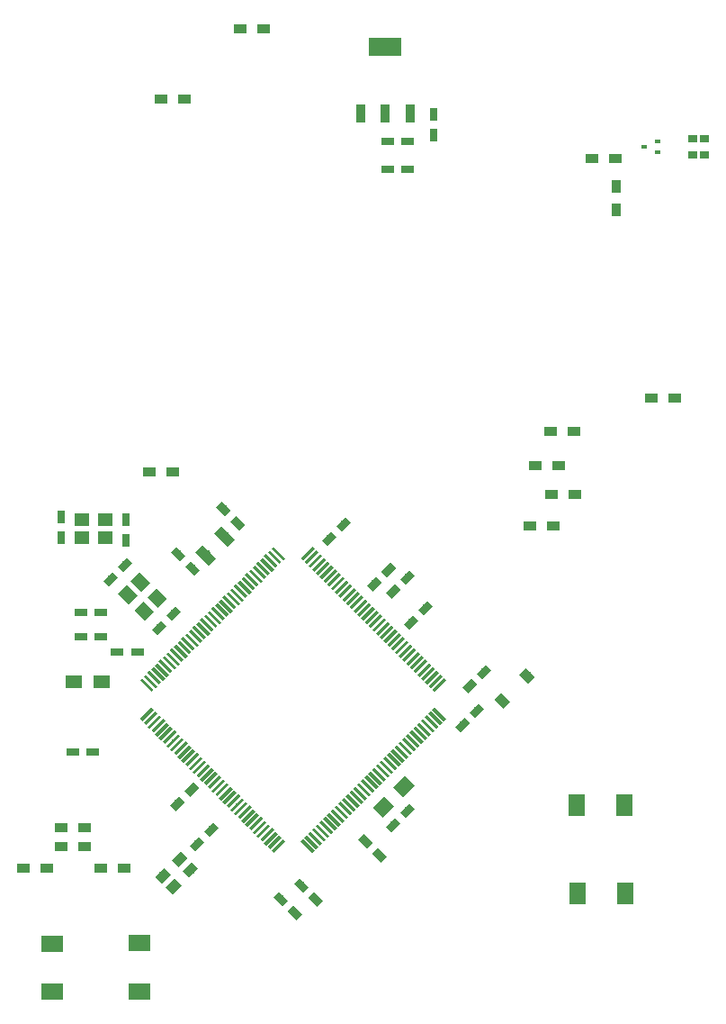
<source format=gbr>
G04 #@! TF.GenerationSoftware,KiCad,Pcbnew,5.0.0-fee4fd1~66~ubuntu16.04.1*
G04 #@! TF.CreationDate,2018-10-21T13:34:44-05:00*
G04 #@! TF.ProjectId,design_emb,64657369676E5F656D622E6B69636164,rev?*
G04 #@! TF.SameCoordinates,Original*
G04 #@! TF.FileFunction,Paste,Top*
G04 #@! TF.FilePolarity,Positive*
%FSLAX46Y46*%
G04 Gerber Fmt 4.6, Leading zero omitted, Abs format (unit mm)*
G04 Created by KiCad (PCBNEW 5.0.0-fee4fd1~66~ubuntu16.04.1) date Sun Oct 21 13:34:44 2018*
%MOMM*%
%LPD*%
G01*
G04 APERTURE LIST*
%ADD10C,1.000000*%
%ADD11C,0.100000*%
%ADD12R,1.500000X2.000000*%
%ADD13R,2.000000X1.500000*%
%ADD14C,0.750000*%
%ADD15R,1.200000X0.750000*%
%ADD16R,0.750000X1.200000*%
%ADD17R,1.200000X0.900000*%
%ADD18C,0.900000*%
%ADD19C,1.300000*%
%ADD20R,1.500000X1.300000*%
%ADD21R,0.863600X0.660400*%
%ADD22C,1.200000*%
%ADD23R,0.900000X1.200000*%
%ADD24C,0.300000*%
%ADD25R,0.889000X1.765300*%
%ADD26R,3.149600X1.765300*%
%ADD27R,0.510000X0.400000*%
%ADD28R,1.400000X1.200000*%
G04 APERTURE END LIST*
D10*
G04 #@! TO.C,OSC1*
X137541000Y-97980500D03*
D11*
G36*
X137823843Y-98970449D02*
X136551051Y-97697657D01*
X137258157Y-96990551D01*
X138530949Y-98263343D01*
X137823843Y-98970449D01*
X137823843Y-98970449D01*
G37*
D10*
X139308766Y-96212734D03*
D11*
G36*
X139591609Y-97202683D02*
X138318817Y-95929891D01*
X139025923Y-95222785D01*
X140298715Y-96495577D01*
X139591609Y-97202683D01*
X139591609Y-97202683D01*
G37*
G04 #@! TD*
D12*
G04 #@! TO.C,RST_O*
X172440600Y-121488200D03*
X172516800Y-129743200D03*
X176961800Y-121462800D03*
X176987200Y-129743200D03*
G04 #@! TD*
D13*
G04 #@! TO.C,RST_F*
X131305300Y-134467600D03*
X123050300Y-134543800D03*
X131330700Y-138988800D03*
X123050300Y-139014200D03*
G04 #@! TD*
D14*
G04 #@! TO.C,C16*
X150531751Y-95098949D03*
D11*
G36*
X150372652Y-95788378D02*
X149842322Y-95258048D01*
X150690850Y-94409520D01*
X151221180Y-94939850D01*
X150372652Y-95788378D01*
X150372652Y-95788378D01*
G37*
D14*
X149188249Y-96442451D03*
D11*
G36*
X149029150Y-97131880D02*
X148498820Y-96601550D01*
X149347348Y-95753022D01*
X149877678Y-96283352D01*
X149029150Y-97131880D01*
X149029150Y-97131880D01*
G37*
G04 #@! TD*
D15*
G04 #@! TO.C,C18*
X129186900Y-107124500D03*
X131086900Y-107124500D03*
G04 #@! TD*
D14*
G04 #@! TO.C,C20*
X145959751Y-131608751D03*
D11*
G36*
X145270322Y-131449652D02*
X145800652Y-130919322D01*
X146649180Y-131767850D01*
X146118850Y-132298180D01*
X145270322Y-131449652D01*
X145270322Y-131449652D01*
G37*
D14*
X144616249Y-130265249D03*
D11*
G36*
X143926820Y-130106150D02*
X144457150Y-129575820D01*
X145305678Y-130424348D01*
X144775348Y-130954678D01*
X143926820Y-130106150D01*
X143926820Y-130106150D01*
G37*
G04 #@! TD*
D15*
G04 #@! TO.C,C2*
X127683300Y-105676700D03*
X125783300Y-105676700D03*
G04 #@! TD*
G04 #@! TO.C,C3*
X125034001Y-116459000D03*
X126933999Y-116459000D03*
G04 #@! TD*
D14*
G04 #@! TO.C,C4*
X136206151Y-120003649D03*
D11*
G36*
X136365250Y-119314220D02*
X136895580Y-119844550D01*
X136047052Y-120693078D01*
X135516722Y-120162748D01*
X136365250Y-119314220D01*
X136365250Y-119314220D01*
G37*
D14*
X134862649Y-121347151D03*
D11*
G36*
X135021748Y-120657722D02*
X135552078Y-121188052D01*
X134703550Y-122036580D01*
X134173220Y-121506250D01*
X135021748Y-120657722D01*
X135021748Y-120657722D01*
G37*
G04 #@! TD*
D14*
G04 #@! TO.C,C6*
X146521249Y-128995249D03*
D11*
G36*
X145831820Y-128836150D02*
X146362150Y-128305820D01*
X147210678Y-129154348D01*
X146680348Y-129684678D01*
X145831820Y-128836150D01*
X145831820Y-128836150D01*
G37*
D14*
X147864751Y-130338751D03*
D11*
G36*
X147175322Y-130179652D02*
X147705652Y-129649322D01*
X148554180Y-130497850D01*
X148023850Y-131028180D01*
X147175322Y-130179652D01*
X147175322Y-130179652D01*
G37*
G04 #@! TD*
D14*
G04 #@! TO.C,C7*
X153922651Y-126185851D03*
D11*
G36*
X153233222Y-126026752D02*
X153763552Y-125496422D01*
X154612080Y-126344950D01*
X154081750Y-126875280D01*
X153233222Y-126026752D01*
X153233222Y-126026752D01*
G37*
D14*
X152579149Y-124842349D03*
D11*
G36*
X151889720Y-124683250D02*
X152420050Y-124152920D01*
X153268578Y-125001448D01*
X152738248Y-125531778D01*
X151889720Y-124683250D01*
X151889720Y-124683250D01*
G37*
G04 #@! TD*
D14*
G04 #@! TO.C,C8*
X136742249Y-125131751D03*
D11*
G36*
X136901348Y-124442322D02*
X137431678Y-124972652D01*
X136583150Y-125821180D01*
X136052820Y-125290850D01*
X136901348Y-124442322D01*
X136901348Y-124442322D01*
G37*
D14*
X138085751Y-123788249D03*
D11*
G36*
X138244850Y-123098820D02*
X138775180Y-123629150D01*
X137926652Y-124477678D01*
X137396322Y-123947348D01*
X138244850Y-123098820D01*
X138244850Y-123098820D01*
G37*
G04 #@! TD*
D14*
G04 #@! TO.C,C9*
X140562251Y-94969251D03*
D11*
G36*
X141251680Y-95128350D02*
X140721350Y-95658680D01*
X139872822Y-94810152D01*
X140403152Y-94279822D01*
X141251680Y-95128350D01*
X141251680Y-95128350D01*
G37*
D14*
X139218749Y-93625749D03*
D11*
G36*
X139908178Y-93784848D02*
X139377848Y-94315178D01*
X138529320Y-93466650D01*
X139059650Y-92936320D01*
X139908178Y-93784848D01*
X139908178Y-93784848D01*
G37*
G04 #@! TD*
D14*
G04 #@! TO.C,C10*
X162396249Y-110272751D03*
D11*
G36*
X162237150Y-110962180D02*
X161706820Y-110431850D01*
X162555348Y-109583322D01*
X163085678Y-110113652D01*
X162237150Y-110962180D01*
X162237150Y-110962180D01*
G37*
D14*
X163739751Y-108929249D03*
D11*
G36*
X163580652Y-109618678D02*
X163050322Y-109088348D01*
X163898850Y-108239820D01*
X164429180Y-108770150D01*
X163580652Y-109618678D01*
X163580652Y-109618678D01*
G37*
G04 #@! TD*
D14*
G04 #@! TO.C,C11*
X134964249Y-97880249D03*
D11*
G36*
X135653678Y-98039348D02*
X135123348Y-98569678D01*
X134274820Y-97721150D01*
X134805150Y-97190820D01*
X135653678Y-98039348D01*
X135653678Y-98039348D01*
G37*
D14*
X136307751Y-99223751D03*
D11*
G36*
X136997180Y-99382850D02*
X136466850Y-99913180D01*
X135618322Y-99064652D01*
X136148652Y-98534322D01*
X136997180Y-99382850D01*
X136997180Y-99382850D01*
G37*
G04 #@! TD*
D14*
G04 #@! TO.C,C12*
X156500751Y-100039249D03*
D11*
G36*
X156341652Y-100728678D02*
X155811322Y-100198348D01*
X156659850Y-99349820D01*
X157190180Y-99880150D01*
X156341652Y-100728678D01*
X156341652Y-100728678D01*
G37*
D14*
X155157249Y-101382751D03*
D11*
G36*
X154998150Y-102072180D02*
X154467820Y-101541850D01*
X155316348Y-100693322D01*
X155846678Y-101223652D01*
X154998150Y-102072180D01*
X154998150Y-102072180D01*
G37*
G04 #@! TD*
D14*
G04 #@! TO.C,C13*
X156859049Y-104291051D03*
D11*
G36*
X156699950Y-104980480D02*
X156169620Y-104450150D01*
X157018148Y-103601622D01*
X157548478Y-104131952D01*
X156699950Y-104980480D01*
X156699950Y-104980480D01*
G37*
D14*
X158202551Y-102947549D03*
D11*
G36*
X158043452Y-103636978D02*
X157513122Y-103106648D01*
X158361650Y-102258120D01*
X158891980Y-102788450D01*
X158043452Y-103636978D01*
X158043452Y-103636978D01*
G37*
G04 #@! TD*
D14*
G04 #@! TO.C,C14*
X134529751Y-103468249D03*
D11*
G36*
X134688850Y-102778820D02*
X135219180Y-103309150D01*
X134370652Y-104157678D01*
X133840322Y-103627348D01*
X134688850Y-102778820D01*
X134688850Y-102778820D01*
G37*
D14*
X133186249Y-104811751D03*
D11*
G36*
X133345348Y-104122322D02*
X133875678Y-104652652D01*
X133027150Y-105501180D01*
X132496820Y-104970850D01*
X133345348Y-104122322D01*
X133345348Y-104122322D01*
G37*
G04 #@! TD*
D14*
G04 #@! TO.C,C15*
X153379249Y-100696951D03*
D11*
G36*
X153220150Y-101386380D02*
X152689820Y-100856050D01*
X153538348Y-100007522D01*
X154068678Y-100537852D01*
X153220150Y-101386380D01*
X153220150Y-101386380D01*
G37*
D14*
X154722751Y-99353449D03*
D11*
G36*
X154563652Y-100042878D02*
X154033322Y-99512548D01*
X154881850Y-98664020D01*
X155412180Y-99194350D01*
X154563652Y-100042878D01*
X154563652Y-100042878D01*
G37*
G04 #@! TD*
D14*
G04 #@! TO.C,C17*
X129957751Y-98896249D03*
D11*
G36*
X129798652Y-99585678D02*
X129268322Y-99055348D01*
X130116850Y-98206820D01*
X130647180Y-98737150D01*
X129798652Y-99585678D01*
X129798652Y-99585678D01*
G37*
D14*
X128614249Y-100239751D03*
D11*
G36*
X128455150Y-100929180D02*
X127924820Y-100398850D01*
X128773348Y-99550322D01*
X129303678Y-100080652D01*
X128455150Y-100929180D01*
X128455150Y-100929180D01*
G37*
G04 #@! TD*
D14*
G04 #@! TO.C,C19*
X155182649Y-123353751D03*
D11*
G36*
X155341748Y-122664322D02*
X155872078Y-123194652D01*
X155023550Y-124043180D01*
X154493220Y-123512850D01*
X155341748Y-122664322D01*
X155341748Y-122664322D01*
G37*
D14*
X156526151Y-122010249D03*
D11*
G36*
X156685250Y-121320820D02*
X157215580Y-121851150D01*
X156367052Y-122699678D01*
X155836722Y-122169348D01*
X156685250Y-121320820D01*
X156685250Y-121320820D01*
G37*
G04 #@! TD*
D14*
G04 #@! TO.C,C21*
X161723149Y-113955751D03*
D11*
G36*
X161564050Y-114645180D02*
X161033720Y-114114850D01*
X161882248Y-113266322D01*
X162412578Y-113796652D01*
X161564050Y-114645180D01*
X161564050Y-114645180D01*
G37*
D14*
X163066651Y-112612249D03*
D11*
G36*
X162907552Y-113301678D02*
X162377222Y-112771348D01*
X163225750Y-111922820D01*
X163756080Y-112453150D01*
X162907552Y-113301678D01*
X162907552Y-113301678D01*
G37*
G04 #@! TD*
D15*
G04 #@! TO.C,C22*
X127695999Y-103378000D03*
X125796001Y-103378000D03*
G04 #@! TD*
D16*
G04 #@! TO.C,C37*
X159004000Y-56581000D03*
X159004000Y-58481000D03*
G04 #@! TD*
D15*
G04 #@! TO.C,C40*
X156525000Y-59055000D03*
X154625000Y-59055000D03*
G04 #@! TD*
G04 #@! TO.C,C43*
X156525000Y-61722000D03*
X154625000Y-61722000D03*
G04 #@! TD*
D17*
G04 #@! TO.C,D1*
X126169600Y-125412500D03*
X123969600Y-125412500D03*
G04 #@! TD*
D18*
G04 #@! TO.C,D2*
X133511983Y-128120717D03*
D11*
G36*
X133618049Y-127378255D02*
X134254445Y-128014651D01*
X133405917Y-128863179D01*
X132769521Y-128226783D01*
X133618049Y-127378255D01*
X133618049Y-127378255D01*
G37*
D18*
X135067617Y-126565083D03*
D11*
G36*
X135173683Y-125822621D02*
X135810079Y-126459017D01*
X134961551Y-127307545D01*
X134325155Y-126671149D01*
X135173683Y-125822621D01*
X135173683Y-125822621D01*
G37*
G04 #@! TD*
D17*
G04 #@! TO.C,D4*
X140759000Y-48514000D03*
X142959000Y-48514000D03*
G04 #@! TD*
G04 #@! TO.C,D6*
X176106000Y-60706000D03*
X173906000Y-60706000D03*
G04 #@! TD*
G04 #@! TO.C,D9*
X133350000Y-55118000D03*
X135550000Y-55118000D03*
G04 #@! TD*
G04 #@! TO.C,D10*
X132250000Y-90170000D03*
X134450000Y-90170000D03*
G04 #@! TD*
D19*
G04 #@! TO.C,L1*
X154277506Y-121642694D03*
D11*
G36*
X154206795Y-122632643D02*
X153287557Y-121713405D01*
X154348217Y-120652745D01*
X155267455Y-121571983D01*
X154206795Y-122632643D01*
X154206795Y-122632643D01*
G37*
D19*
X156186694Y-119733506D03*
D11*
G36*
X156115983Y-120723455D02*
X155196745Y-119804217D01*
X156257405Y-118743557D01*
X157176643Y-119662795D01*
X156115983Y-120723455D01*
X156115983Y-120723455D01*
G37*
G04 #@! TD*
D20*
G04 #@! TO.C,L2*
X125074700Y-109905800D03*
X127774700Y-109905800D03*
G04 #@! TD*
D21*
G04 #@! TO.C,LSRF1*
X183324500Y-58788300D03*
X183324500Y-60337700D03*
X184467500Y-60337700D03*
X184467500Y-58788300D03*
G04 #@! TD*
D22*
G04 #@! TO.C,OSC2*
X131748777Y-103232858D03*
D11*
G36*
X132668016Y-103303569D02*
X131819488Y-104152097D01*
X130829538Y-103162147D01*
X131678066Y-102313619D01*
X132668016Y-103303569D01*
X132668016Y-103303569D01*
G37*
D22*
X130193142Y-101677223D03*
D11*
G36*
X131112381Y-101747934D02*
X130263853Y-102596462D01*
X129273903Y-101606512D01*
X130122431Y-100757984D01*
X131112381Y-101747934D01*
X131112381Y-101747934D01*
G37*
D22*
X131395223Y-100475142D03*
D11*
G36*
X132314462Y-100545853D02*
X131465934Y-101394381D01*
X130475984Y-100404431D01*
X131324512Y-99555903D01*
X132314462Y-100545853D01*
X132314462Y-100545853D01*
G37*
D22*
X132950858Y-102030777D03*
D11*
G36*
X133870097Y-102101488D02*
X133021569Y-102950016D01*
X132031619Y-101960066D01*
X132880147Y-101111538D01*
X133870097Y-102101488D01*
X133870097Y-102101488D01*
G37*
G04 #@! TD*
D17*
G04 #@! TO.C,R1*
X123931500Y-123558300D03*
X126131500Y-123558300D03*
G04 #@! TD*
G04 #@! TO.C,R2*
X120400900Y-127419100D03*
X122600900Y-127419100D03*
G04 #@! TD*
G04 #@! TO.C,R3*
X127690700Y-127406400D03*
X129890700Y-127406400D03*
G04 #@! TD*
D18*
G04 #@! TO.C,R4*
X134527983Y-129111317D03*
D11*
G36*
X134634049Y-128368855D02*
X135270445Y-129005251D01*
X134421917Y-129853779D01*
X133785521Y-129217383D01*
X134634049Y-128368855D01*
X134634049Y-128368855D01*
G37*
D18*
X136083617Y-127555683D03*
D11*
G36*
X136189683Y-126813221D02*
X136826079Y-127449617D01*
X135977551Y-128298145D01*
X135341155Y-127661749D01*
X136189683Y-126813221D01*
X136189683Y-126813221D01*
G37*
G04 #@! TD*
D23*
G04 #@! TO.C,R8*
X176149000Y-65489000D03*
X176149000Y-63289000D03*
G04 #@! TD*
D17*
G04 #@! TO.C,R9*
X170256200Y-95211900D03*
X168056200Y-95211900D03*
G04 #@! TD*
G04 #@! TO.C,R11*
X181694000Y-83185000D03*
X179494000Y-83185000D03*
G04 #@! TD*
D24*
G04 #@! TO.C,STM32F446ZETx*
X147126815Y-97806995D03*
D11*
G36*
X146684873Y-98461069D02*
X146472741Y-98248937D01*
X147568757Y-97152921D01*
X147780889Y-97365053D01*
X146684873Y-98461069D01*
X146684873Y-98461069D01*
G37*
D24*
X147480369Y-98160548D03*
D11*
G36*
X147038427Y-98814622D02*
X146826295Y-98602490D01*
X147922311Y-97506474D01*
X148134443Y-97718606D01*
X147038427Y-98814622D01*
X147038427Y-98814622D01*
G37*
D24*
X147833922Y-98514102D03*
D11*
G36*
X147391980Y-99168176D02*
X147179848Y-98956044D01*
X148275864Y-97860028D01*
X148487996Y-98072160D01*
X147391980Y-99168176D01*
X147391980Y-99168176D01*
G37*
D24*
X148187475Y-98867655D03*
D11*
G36*
X147745533Y-99521729D02*
X147533401Y-99309597D01*
X148629417Y-98213581D01*
X148841549Y-98425713D01*
X147745533Y-99521729D01*
X147745533Y-99521729D01*
G37*
D24*
X148541029Y-99221209D03*
D11*
G36*
X148099087Y-99875283D02*
X147886955Y-99663151D01*
X148982971Y-98567135D01*
X149195103Y-98779267D01*
X148099087Y-99875283D01*
X148099087Y-99875283D01*
G37*
D24*
X148894582Y-99574762D03*
D11*
G36*
X148452640Y-100228836D02*
X148240508Y-100016704D01*
X149336524Y-98920688D01*
X149548656Y-99132820D01*
X148452640Y-100228836D01*
X148452640Y-100228836D01*
G37*
D24*
X149248136Y-99928315D03*
D11*
G36*
X148806194Y-100582389D02*
X148594062Y-100370257D01*
X149690078Y-99274241D01*
X149902210Y-99486373D01*
X148806194Y-100582389D01*
X148806194Y-100582389D01*
G37*
D24*
X149601689Y-100281869D03*
D11*
G36*
X149159747Y-100935943D02*
X148947615Y-100723811D01*
X150043631Y-99627795D01*
X150255763Y-99839927D01*
X149159747Y-100935943D01*
X149159747Y-100935943D01*
G37*
D24*
X149955242Y-100635422D03*
D11*
G36*
X149513300Y-101289496D02*
X149301168Y-101077364D01*
X150397184Y-99981348D01*
X150609316Y-100193480D01*
X149513300Y-101289496D01*
X149513300Y-101289496D01*
G37*
D24*
X150308796Y-100988976D03*
D11*
G36*
X149866854Y-101643050D02*
X149654722Y-101430918D01*
X150750738Y-100334902D01*
X150962870Y-100547034D01*
X149866854Y-101643050D01*
X149866854Y-101643050D01*
G37*
D24*
X150662349Y-101342529D03*
D11*
G36*
X150220407Y-101996603D02*
X150008275Y-101784471D01*
X151104291Y-100688455D01*
X151316423Y-100900587D01*
X150220407Y-101996603D01*
X150220407Y-101996603D01*
G37*
D24*
X151015903Y-101696082D03*
D11*
G36*
X150573961Y-102350156D02*
X150361829Y-102138024D01*
X151457845Y-101042008D01*
X151669977Y-101254140D01*
X150573961Y-102350156D01*
X150573961Y-102350156D01*
G37*
D24*
X151369456Y-102049636D03*
D11*
G36*
X150927514Y-102703710D02*
X150715382Y-102491578D01*
X151811398Y-101395562D01*
X152023530Y-101607694D01*
X150927514Y-102703710D01*
X150927514Y-102703710D01*
G37*
D24*
X151723009Y-102403189D03*
D11*
G36*
X151281067Y-103057263D02*
X151068935Y-102845131D01*
X152164951Y-101749115D01*
X152377083Y-101961247D01*
X151281067Y-103057263D01*
X151281067Y-103057263D01*
G37*
D24*
X152076563Y-102756743D03*
D11*
G36*
X151634621Y-103410817D02*
X151422489Y-103198685D01*
X152518505Y-102102669D01*
X152730637Y-102314801D01*
X151634621Y-103410817D01*
X151634621Y-103410817D01*
G37*
D24*
X152430116Y-103110296D03*
D11*
G36*
X151988174Y-103764370D02*
X151776042Y-103552238D01*
X152872058Y-102456222D01*
X153084190Y-102668354D01*
X151988174Y-103764370D01*
X151988174Y-103764370D01*
G37*
D24*
X152783669Y-103463849D03*
D11*
G36*
X152341727Y-104117923D02*
X152129595Y-103905791D01*
X153225611Y-102809775D01*
X153437743Y-103021907D01*
X152341727Y-104117923D01*
X152341727Y-104117923D01*
G37*
D24*
X153137223Y-103817403D03*
D11*
G36*
X152695281Y-104471477D02*
X152483149Y-104259345D01*
X153579165Y-103163329D01*
X153791297Y-103375461D01*
X152695281Y-104471477D01*
X152695281Y-104471477D01*
G37*
D24*
X153490776Y-104170956D03*
D11*
G36*
X153048834Y-104825030D02*
X152836702Y-104612898D01*
X153932718Y-103516882D01*
X154144850Y-103729014D01*
X153048834Y-104825030D01*
X153048834Y-104825030D01*
G37*
D24*
X153844330Y-104524510D03*
D11*
G36*
X153402388Y-105178584D02*
X153190256Y-104966452D01*
X154286272Y-103870436D01*
X154498404Y-104082568D01*
X153402388Y-105178584D01*
X153402388Y-105178584D01*
G37*
D24*
X154197883Y-104878063D03*
D11*
G36*
X153755941Y-105532137D02*
X153543809Y-105320005D01*
X154639825Y-104223989D01*
X154851957Y-104436121D01*
X153755941Y-105532137D01*
X153755941Y-105532137D01*
G37*
D24*
X154551436Y-105231616D03*
D11*
G36*
X154109494Y-105885690D02*
X153897362Y-105673558D01*
X154993378Y-104577542D01*
X155205510Y-104789674D01*
X154109494Y-105885690D01*
X154109494Y-105885690D01*
G37*
D24*
X154904990Y-105585170D03*
D11*
G36*
X154463048Y-106239244D02*
X154250916Y-106027112D01*
X155346932Y-104931096D01*
X155559064Y-105143228D01*
X154463048Y-106239244D01*
X154463048Y-106239244D01*
G37*
D24*
X155258543Y-105938723D03*
D11*
G36*
X154816601Y-106592797D02*
X154604469Y-106380665D01*
X155700485Y-105284649D01*
X155912617Y-105496781D01*
X154816601Y-106592797D01*
X154816601Y-106592797D01*
G37*
D24*
X155612097Y-106292276D03*
D11*
G36*
X155170155Y-106946350D02*
X154958023Y-106734218D01*
X156054039Y-105638202D01*
X156266171Y-105850334D01*
X155170155Y-106946350D01*
X155170155Y-106946350D01*
G37*
D24*
X155965650Y-106645830D03*
D11*
G36*
X155523708Y-107299904D02*
X155311576Y-107087772D01*
X156407592Y-105991756D01*
X156619724Y-106203888D01*
X155523708Y-107299904D01*
X155523708Y-107299904D01*
G37*
D24*
X156319203Y-106999383D03*
D11*
G36*
X155877261Y-107653457D02*
X155665129Y-107441325D01*
X156761145Y-106345309D01*
X156973277Y-106557441D01*
X155877261Y-107653457D01*
X155877261Y-107653457D01*
G37*
D24*
X156672757Y-107352937D03*
D11*
G36*
X156230815Y-108007011D02*
X156018683Y-107794879D01*
X157114699Y-106698863D01*
X157326831Y-106910995D01*
X156230815Y-108007011D01*
X156230815Y-108007011D01*
G37*
D24*
X157026310Y-107706490D03*
D11*
G36*
X156584368Y-108360564D02*
X156372236Y-108148432D01*
X157468252Y-107052416D01*
X157680384Y-107264548D01*
X156584368Y-108360564D01*
X156584368Y-108360564D01*
G37*
D24*
X157379864Y-108060043D03*
D11*
G36*
X156937922Y-108714117D02*
X156725790Y-108501985D01*
X157821806Y-107405969D01*
X158033938Y-107618101D01*
X156937922Y-108714117D01*
X156937922Y-108714117D01*
G37*
D24*
X157733417Y-108413597D03*
D11*
G36*
X157291475Y-109067671D02*
X157079343Y-108855539D01*
X158175359Y-107759523D01*
X158387491Y-107971655D01*
X157291475Y-109067671D01*
X157291475Y-109067671D01*
G37*
D24*
X158086970Y-108767150D03*
D11*
G36*
X157645028Y-109421224D02*
X157432896Y-109209092D01*
X158528912Y-108113076D01*
X158741044Y-108325208D01*
X157645028Y-109421224D01*
X157645028Y-109421224D01*
G37*
D24*
X158440524Y-109120704D03*
D11*
G36*
X157998582Y-109774778D02*
X157786450Y-109562646D01*
X158882466Y-108466630D01*
X159094598Y-108678762D01*
X157998582Y-109774778D01*
X157998582Y-109774778D01*
G37*
D24*
X158794077Y-109474257D03*
D11*
G36*
X158352135Y-110128331D02*
X158140003Y-109916199D01*
X159236019Y-108820183D01*
X159448151Y-109032315D01*
X158352135Y-110128331D01*
X158352135Y-110128331D01*
G37*
D24*
X159147631Y-109827810D03*
D11*
G36*
X158705689Y-110481884D02*
X158493557Y-110269752D01*
X159589573Y-109173736D01*
X159801705Y-109385868D01*
X158705689Y-110481884D01*
X158705689Y-110481884D01*
G37*
D24*
X159501184Y-110181364D03*
D11*
G36*
X159059242Y-110835438D02*
X158847110Y-110623306D01*
X159943126Y-109527290D01*
X160155258Y-109739422D01*
X159059242Y-110835438D01*
X159059242Y-110835438D01*
G37*
D24*
X159501184Y-112939080D03*
D11*
G36*
X158847110Y-112497138D02*
X159059242Y-112285006D01*
X160155258Y-113381022D01*
X159943126Y-113593154D01*
X158847110Y-112497138D01*
X158847110Y-112497138D01*
G37*
D24*
X159147631Y-113292634D03*
D11*
G36*
X158493557Y-112850692D02*
X158705689Y-112638560D01*
X159801705Y-113734576D01*
X159589573Y-113946708D01*
X158493557Y-112850692D01*
X158493557Y-112850692D01*
G37*
D24*
X158794077Y-113646187D03*
D11*
G36*
X158140003Y-113204245D02*
X158352135Y-112992113D01*
X159448151Y-114088129D01*
X159236019Y-114300261D01*
X158140003Y-113204245D01*
X158140003Y-113204245D01*
G37*
D24*
X158440524Y-113999740D03*
D11*
G36*
X157786450Y-113557798D02*
X157998582Y-113345666D01*
X159094598Y-114441682D01*
X158882466Y-114653814D01*
X157786450Y-113557798D01*
X157786450Y-113557798D01*
G37*
D24*
X158086970Y-114353294D03*
D11*
G36*
X157432896Y-113911352D02*
X157645028Y-113699220D01*
X158741044Y-114795236D01*
X158528912Y-115007368D01*
X157432896Y-113911352D01*
X157432896Y-113911352D01*
G37*
D24*
X157733417Y-114706847D03*
D11*
G36*
X157079343Y-114264905D02*
X157291475Y-114052773D01*
X158387491Y-115148789D01*
X158175359Y-115360921D01*
X157079343Y-114264905D01*
X157079343Y-114264905D01*
G37*
D24*
X157379864Y-115060401D03*
D11*
G36*
X156725790Y-114618459D02*
X156937922Y-114406327D01*
X158033938Y-115502343D01*
X157821806Y-115714475D01*
X156725790Y-114618459D01*
X156725790Y-114618459D01*
G37*
D24*
X157026310Y-115413954D03*
D11*
G36*
X156372236Y-114972012D02*
X156584368Y-114759880D01*
X157680384Y-115855896D01*
X157468252Y-116068028D01*
X156372236Y-114972012D01*
X156372236Y-114972012D01*
G37*
D24*
X156672757Y-115767507D03*
D11*
G36*
X156018683Y-115325565D02*
X156230815Y-115113433D01*
X157326831Y-116209449D01*
X157114699Y-116421581D01*
X156018683Y-115325565D01*
X156018683Y-115325565D01*
G37*
D24*
X156319203Y-116121061D03*
D11*
G36*
X155665129Y-115679119D02*
X155877261Y-115466987D01*
X156973277Y-116563003D01*
X156761145Y-116775135D01*
X155665129Y-115679119D01*
X155665129Y-115679119D01*
G37*
D24*
X155965650Y-116474614D03*
D11*
G36*
X155311576Y-116032672D02*
X155523708Y-115820540D01*
X156619724Y-116916556D01*
X156407592Y-117128688D01*
X155311576Y-116032672D01*
X155311576Y-116032672D01*
G37*
D24*
X155612097Y-116828168D03*
D11*
G36*
X154958023Y-116386226D02*
X155170155Y-116174094D01*
X156266171Y-117270110D01*
X156054039Y-117482242D01*
X154958023Y-116386226D01*
X154958023Y-116386226D01*
G37*
D24*
X155258543Y-117181721D03*
D11*
G36*
X154604469Y-116739779D02*
X154816601Y-116527647D01*
X155912617Y-117623663D01*
X155700485Y-117835795D01*
X154604469Y-116739779D01*
X154604469Y-116739779D01*
G37*
D24*
X154904990Y-117535274D03*
D11*
G36*
X154250916Y-117093332D02*
X154463048Y-116881200D01*
X155559064Y-117977216D01*
X155346932Y-118189348D01*
X154250916Y-117093332D01*
X154250916Y-117093332D01*
G37*
D24*
X154551436Y-117888828D03*
D11*
G36*
X153897362Y-117446886D02*
X154109494Y-117234754D01*
X155205510Y-118330770D01*
X154993378Y-118542902D01*
X153897362Y-117446886D01*
X153897362Y-117446886D01*
G37*
D24*
X154197883Y-118242381D03*
D11*
G36*
X153543809Y-117800439D02*
X153755941Y-117588307D01*
X154851957Y-118684323D01*
X154639825Y-118896455D01*
X153543809Y-117800439D01*
X153543809Y-117800439D01*
G37*
D24*
X153844330Y-118595934D03*
D11*
G36*
X153190256Y-118153992D02*
X153402388Y-117941860D01*
X154498404Y-119037876D01*
X154286272Y-119250008D01*
X153190256Y-118153992D01*
X153190256Y-118153992D01*
G37*
D24*
X153490776Y-118949488D03*
D11*
G36*
X152836702Y-118507546D02*
X153048834Y-118295414D01*
X154144850Y-119391430D01*
X153932718Y-119603562D01*
X152836702Y-118507546D01*
X152836702Y-118507546D01*
G37*
D24*
X153137223Y-119303041D03*
D11*
G36*
X152483149Y-118861099D02*
X152695281Y-118648967D01*
X153791297Y-119744983D01*
X153579165Y-119957115D01*
X152483149Y-118861099D01*
X152483149Y-118861099D01*
G37*
D24*
X152783669Y-119656595D03*
D11*
G36*
X152129595Y-119214653D02*
X152341727Y-119002521D01*
X153437743Y-120098537D01*
X153225611Y-120310669D01*
X152129595Y-119214653D01*
X152129595Y-119214653D01*
G37*
D24*
X152430116Y-120010148D03*
D11*
G36*
X151776042Y-119568206D02*
X151988174Y-119356074D01*
X153084190Y-120452090D01*
X152872058Y-120664222D01*
X151776042Y-119568206D01*
X151776042Y-119568206D01*
G37*
D24*
X152076563Y-120363701D03*
D11*
G36*
X151422489Y-119921759D02*
X151634621Y-119709627D01*
X152730637Y-120805643D01*
X152518505Y-121017775D01*
X151422489Y-119921759D01*
X151422489Y-119921759D01*
G37*
D24*
X151723009Y-120717255D03*
D11*
G36*
X151068935Y-120275313D02*
X151281067Y-120063181D01*
X152377083Y-121159197D01*
X152164951Y-121371329D01*
X151068935Y-120275313D01*
X151068935Y-120275313D01*
G37*
D24*
X151369456Y-121070808D03*
D11*
G36*
X150715382Y-120628866D02*
X150927514Y-120416734D01*
X152023530Y-121512750D01*
X151811398Y-121724882D01*
X150715382Y-120628866D01*
X150715382Y-120628866D01*
G37*
D24*
X151015903Y-121424362D03*
D11*
G36*
X150361829Y-120982420D02*
X150573961Y-120770288D01*
X151669977Y-121866304D01*
X151457845Y-122078436D01*
X150361829Y-120982420D01*
X150361829Y-120982420D01*
G37*
D24*
X150662349Y-121777915D03*
D11*
G36*
X150008275Y-121335973D02*
X150220407Y-121123841D01*
X151316423Y-122219857D01*
X151104291Y-122431989D01*
X150008275Y-121335973D01*
X150008275Y-121335973D01*
G37*
D24*
X150308796Y-122131468D03*
D11*
G36*
X149654722Y-121689526D02*
X149866854Y-121477394D01*
X150962870Y-122573410D01*
X150750738Y-122785542D01*
X149654722Y-121689526D01*
X149654722Y-121689526D01*
G37*
D24*
X149955242Y-122485022D03*
D11*
G36*
X149301168Y-122043080D02*
X149513300Y-121830948D01*
X150609316Y-122926964D01*
X150397184Y-123139096D01*
X149301168Y-122043080D01*
X149301168Y-122043080D01*
G37*
D24*
X149601689Y-122838575D03*
D11*
G36*
X148947615Y-122396633D02*
X149159747Y-122184501D01*
X150255763Y-123280517D01*
X150043631Y-123492649D01*
X148947615Y-122396633D01*
X148947615Y-122396633D01*
G37*
D24*
X149248136Y-123192129D03*
D11*
G36*
X148594062Y-122750187D02*
X148806194Y-122538055D01*
X149902210Y-123634071D01*
X149690078Y-123846203D01*
X148594062Y-122750187D01*
X148594062Y-122750187D01*
G37*
D24*
X148894582Y-123545682D03*
D11*
G36*
X148240508Y-123103740D02*
X148452640Y-122891608D01*
X149548656Y-123987624D01*
X149336524Y-124199756D01*
X148240508Y-123103740D01*
X148240508Y-123103740D01*
G37*
D24*
X148541029Y-123899235D03*
D11*
G36*
X147886955Y-123457293D02*
X148099087Y-123245161D01*
X149195103Y-124341177D01*
X148982971Y-124553309D01*
X147886955Y-123457293D01*
X147886955Y-123457293D01*
G37*
D24*
X148187475Y-124252789D03*
D11*
G36*
X147533401Y-123810847D02*
X147745533Y-123598715D01*
X148841549Y-124694731D01*
X148629417Y-124906863D01*
X147533401Y-123810847D01*
X147533401Y-123810847D01*
G37*
D24*
X147833922Y-124606342D03*
D11*
G36*
X147179848Y-124164400D02*
X147391980Y-123952268D01*
X148487996Y-125048284D01*
X148275864Y-125260416D01*
X147179848Y-124164400D01*
X147179848Y-124164400D01*
G37*
D24*
X147480369Y-124959896D03*
D11*
G36*
X146826295Y-124517954D02*
X147038427Y-124305822D01*
X148134443Y-125401838D01*
X147922311Y-125613970D01*
X146826295Y-124517954D01*
X146826295Y-124517954D01*
G37*
D24*
X147126815Y-125313449D03*
D11*
G36*
X146472741Y-124871507D02*
X146684873Y-124659375D01*
X147780889Y-125755391D01*
X147568757Y-125967523D01*
X146472741Y-124871507D01*
X146472741Y-124871507D01*
G37*
D24*
X144369099Y-125313449D03*
D11*
G36*
X143927157Y-125967523D02*
X143715025Y-125755391D01*
X144811041Y-124659375D01*
X145023173Y-124871507D01*
X143927157Y-125967523D01*
X143927157Y-125967523D01*
G37*
D24*
X144015545Y-124959896D03*
D11*
G36*
X143573603Y-125613970D02*
X143361471Y-125401838D01*
X144457487Y-124305822D01*
X144669619Y-124517954D01*
X143573603Y-125613970D01*
X143573603Y-125613970D01*
G37*
D24*
X143661992Y-124606342D03*
D11*
G36*
X143220050Y-125260416D02*
X143007918Y-125048284D01*
X144103934Y-123952268D01*
X144316066Y-124164400D01*
X143220050Y-125260416D01*
X143220050Y-125260416D01*
G37*
D24*
X143308439Y-124252789D03*
D11*
G36*
X142866497Y-124906863D02*
X142654365Y-124694731D01*
X143750381Y-123598715D01*
X143962513Y-123810847D01*
X142866497Y-124906863D01*
X142866497Y-124906863D01*
G37*
D24*
X142954885Y-123899235D03*
D11*
G36*
X142512943Y-124553309D02*
X142300811Y-124341177D01*
X143396827Y-123245161D01*
X143608959Y-123457293D01*
X142512943Y-124553309D01*
X142512943Y-124553309D01*
G37*
D24*
X142601332Y-123545682D03*
D11*
G36*
X142159390Y-124199756D02*
X141947258Y-123987624D01*
X143043274Y-122891608D01*
X143255406Y-123103740D01*
X142159390Y-124199756D01*
X142159390Y-124199756D01*
G37*
D24*
X142247778Y-123192129D03*
D11*
G36*
X141805836Y-123846203D02*
X141593704Y-123634071D01*
X142689720Y-122538055D01*
X142901852Y-122750187D01*
X141805836Y-123846203D01*
X141805836Y-123846203D01*
G37*
D24*
X141894225Y-122838575D03*
D11*
G36*
X141452283Y-123492649D02*
X141240151Y-123280517D01*
X142336167Y-122184501D01*
X142548299Y-122396633D01*
X141452283Y-123492649D01*
X141452283Y-123492649D01*
G37*
D24*
X141540672Y-122485022D03*
D11*
G36*
X141098730Y-123139096D02*
X140886598Y-122926964D01*
X141982614Y-121830948D01*
X142194746Y-122043080D01*
X141098730Y-123139096D01*
X141098730Y-123139096D01*
G37*
D24*
X141187118Y-122131468D03*
D11*
G36*
X140745176Y-122785542D02*
X140533044Y-122573410D01*
X141629060Y-121477394D01*
X141841192Y-121689526D01*
X140745176Y-122785542D01*
X140745176Y-122785542D01*
G37*
D24*
X140833565Y-121777915D03*
D11*
G36*
X140391623Y-122431989D02*
X140179491Y-122219857D01*
X141275507Y-121123841D01*
X141487639Y-121335973D01*
X140391623Y-122431989D01*
X140391623Y-122431989D01*
G37*
D24*
X140480011Y-121424362D03*
D11*
G36*
X140038069Y-122078436D02*
X139825937Y-121866304D01*
X140921953Y-120770288D01*
X141134085Y-120982420D01*
X140038069Y-122078436D01*
X140038069Y-122078436D01*
G37*
D24*
X140126458Y-121070808D03*
D11*
G36*
X139684516Y-121724882D02*
X139472384Y-121512750D01*
X140568400Y-120416734D01*
X140780532Y-120628866D01*
X139684516Y-121724882D01*
X139684516Y-121724882D01*
G37*
D24*
X139772905Y-120717255D03*
D11*
G36*
X139330963Y-121371329D02*
X139118831Y-121159197D01*
X140214847Y-120063181D01*
X140426979Y-120275313D01*
X139330963Y-121371329D01*
X139330963Y-121371329D01*
G37*
D24*
X139419351Y-120363701D03*
D11*
G36*
X138977409Y-121017775D02*
X138765277Y-120805643D01*
X139861293Y-119709627D01*
X140073425Y-119921759D01*
X138977409Y-121017775D01*
X138977409Y-121017775D01*
G37*
D24*
X139065798Y-120010148D03*
D11*
G36*
X138623856Y-120664222D02*
X138411724Y-120452090D01*
X139507740Y-119356074D01*
X139719872Y-119568206D01*
X138623856Y-120664222D01*
X138623856Y-120664222D01*
G37*
D24*
X138712245Y-119656595D03*
D11*
G36*
X138270303Y-120310669D02*
X138058171Y-120098537D01*
X139154187Y-119002521D01*
X139366319Y-119214653D01*
X138270303Y-120310669D01*
X138270303Y-120310669D01*
G37*
D24*
X138358691Y-119303041D03*
D11*
G36*
X137916749Y-119957115D02*
X137704617Y-119744983D01*
X138800633Y-118648967D01*
X139012765Y-118861099D01*
X137916749Y-119957115D01*
X137916749Y-119957115D01*
G37*
D24*
X138005138Y-118949488D03*
D11*
G36*
X137563196Y-119603562D02*
X137351064Y-119391430D01*
X138447080Y-118295414D01*
X138659212Y-118507546D01*
X137563196Y-119603562D01*
X137563196Y-119603562D01*
G37*
D24*
X137651584Y-118595934D03*
D11*
G36*
X137209642Y-119250008D02*
X136997510Y-119037876D01*
X138093526Y-117941860D01*
X138305658Y-118153992D01*
X137209642Y-119250008D01*
X137209642Y-119250008D01*
G37*
D24*
X137298031Y-118242381D03*
D11*
G36*
X136856089Y-118896455D02*
X136643957Y-118684323D01*
X137739973Y-117588307D01*
X137952105Y-117800439D01*
X136856089Y-118896455D01*
X136856089Y-118896455D01*
G37*
D24*
X136944478Y-117888828D03*
D11*
G36*
X136502536Y-118542902D02*
X136290404Y-118330770D01*
X137386420Y-117234754D01*
X137598552Y-117446886D01*
X136502536Y-118542902D01*
X136502536Y-118542902D01*
G37*
D24*
X136590924Y-117535274D03*
D11*
G36*
X136148982Y-118189348D02*
X135936850Y-117977216D01*
X137032866Y-116881200D01*
X137244998Y-117093332D01*
X136148982Y-118189348D01*
X136148982Y-118189348D01*
G37*
D24*
X136237371Y-117181721D03*
D11*
G36*
X135795429Y-117835795D02*
X135583297Y-117623663D01*
X136679313Y-116527647D01*
X136891445Y-116739779D01*
X135795429Y-117835795D01*
X135795429Y-117835795D01*
G37*
D24*
X135883817Y-116828168D03*
D11*
G36*
X135441875Y-117482242D02*
X135229743Y-117270110D01*
X136325759Y-116174094D01*
X136537891Y-116386226D01*
X135441875Y-117482242D01*
X135441875Y-117482242D01*
G37*
D24*
X135530264Y-116474614D03*
D11*
G36*
X135088322Y-117128688D02*
X134876190Y-116916556D01*
X135972206Y-115820540D01*
X136184338Y-116032672D01*
X135088322Y-117128688D01*
X135088322Y-117128688D01*
G37*
D24*
X135176711Y-116121061D03*
D11*
G36*
X134734769Y-116775135D02*
X134522637Y-116563003D01*
X135618653Y-115466987D01*
X135830785Y-115679119D01*
X134734769Y-116775135D01*
X134734769Y-116775135D01*
G37*
D24*
X134823157Y-115767507D03*
D11*
G36*
X134381215Y-116421581D02*
X134169083Y-116209449D01*
X135265099Y-115113433D01*
X135477231Y-115325565D01*
X134381215Y-116421581D01*
X134381215Y-116421581D01*
G37*
D24*
X134469604Y-115413954D03*
D11*
G36*
X134027662Y-116068028D02*
X133815530Y-115855896D01*
X134911546Y-114759880D01*
X135123678Y-114972012D01*
X134027662Y-116068028D01*
X134027662Y-116068028D01*
G37*
D24*
X134116050Y-115060401D03*
D11*
G36*
X133674108Y-115714475D02*
X133461976Y-115502343D01*
X134557992Y-114406327D01*
X134770124Y-114618459D01*
X133674108Y-115714475D01*
X133674108Y-115714475D01*
G37*
D24*
X133762497Y-114706847D03*
D11*
G36*
X133320555Y-115360921D02*
X133108423Y-115148789D01*
X134204439Y-114052773D01*
X134416571Y-114264905D01*
X133320555Y-115360921D01*
X133320555Y-115360921D01*
G37*
D24*
X133408944Y-114353294D03*
D11*
G36*
X132967002Y-115007368D02*
X132754870Y-114795236D01*
X133850886Y-113699220D01*
X134063018Y-113911352D01*
X132967002Y-115007368D01*
X132967002Y-115007368D01*
G37*
D24*
X133055390Y-113999740D03*
D11*
G36*
X132613448Y-114653814D02*
X132401316Y-114441682D01*
X133497332Y-113345666D01*
X133709464Y-113557798D01*
X132613448Y-114653814D01*
X132613448Y-114653814D01*
G37*
D24*
X132701837Y-113646187D03*
D11*
G36*
X132259895Y-114300261D02*
X132047763Y-114088129D01*
X133143779Y-112992113D01*
X133355911Y-113204245D01*
X132259895Y-114300261D01*
X132259895Y-114300261D01*
G37*
D24*
X132348283Y-113292634D03*
D11*
G36*
X131906341Y-113946708D02*
X131694209Y-113734576D01*
X132790225Y-112638560D01*
X133002357Y-112850692D01*
X131906341Y-113946708D01*
X131906341Y-113946708D01*
G37*
D24*
X131994730Y-112939080D03*
D11*
G36*
X131552788Y-113593154D02*
X131340656Y-113381022D01*
X132436672Y-112285006D01*
X132648804Y-112497138D01*
X131552788Y-113593154D01*
X131552788Y-113593154D01*
G37*
D24*
X131994730Y-110181364D03*
D11*
G36*
X131340656Y-109739422D02*
X131552788Y-109527290D01*
X132648804Y-110623306D01*
X132436672Y-110835438D01*
X131340656Y-109739422D01*
X131340656Y-109739422D01*
G37*
D24*
X132348283Y-109827810D03*
D11*
G36*
X131694209Y-109385868D02*
X131906341Y-109173736D01*
X133002357Y-110269752D01*
X132790225Y-110481884D01*
X131694209Y-109385868D01*
X131694209Y-109385868D01*
G37*
D24*
X132701837Y-109474257D03*
D11*
G36*
X132047763Y-109032315D02*
X132259895Y-108820183D01*
X133355911Y-109916199D01*
X133143779Y-110128331D01*
X132047763Y-109032315D01*
X132047763Y-109032315D01*
G37*
D24*
X133055390Y-109120704D03*
D11*
G36*
X132401316Y-108678762D02*
X132613448Y-108466630D01*
X133709464Y-109562646D01*
X133497332Y-109774778D01*
X132401316Y-108678762D01*
X132401316Y-108678762D01*
G37*
D24*
X133408944Y-108767150D03*
D11*
G36*
X132754870Y-108325208D02*
X132967002Y-108113076D01*
X134063018Y-109209092D01*
X133850886Y-109421224D01*
X132754870Y-108325208D01*
X132754870Y-108325208D01*
G37*
D24*
X133762497Y-108413597D03*
D11*
G36*
X133108423Y-107971655D02*
X133320555Y-107759523D01*
X134416571Y-108855539D01*
X134204439Y-109067671D01*
X133108423Y-107971655D01*
X133108423Y-107971655D01*
G37*
D24*
X134116050Y-108060043D03*
D11*
G36*
X133461976Y-107618101D02*
X133674108Y-107405969D01*
X134770124Y-108501985D01*
X134557992Y-108714117D01*
X133461976Y-107618101D01*
X133461976Y-107618101D01*
G37*
D24*
X134469604Y-107706490D03*
D11*
G36*
X133815530Y-107264548D02*
X134027662Y-107052416D01*
X135123678Y-108148432D01*
X134911546Y-108360564D01*
X133815530Y-107264548D01*
X133815530Y-107264548D01*
G37*
D24*
X134823157Y-107352937D03*
D11*
G36*
X134169083Y-106910995D02*
X134381215Y-106698863D01*
X135477231Y-107794879D01*
X135265099Y-108007011D01*
X134169083Y-106910995D01*
X134169083Y-106910995D01*
G37*
D24*
X135176711Y-106999383D03*
D11*
G36*
X134522637Y-106557441D02*
X134734769Y-106345309D01*
X135830785Y-107441325D01*
X135618653Y-107653457D01*
X134522637Y-106557441D01*
X134522637Y-106557441D01*
G37*
D24*
X135530264Y-106645830D03*
D11*
G36*
X134876190Y-106203888D02*
X135088322Y-105991756D01*
X136184338Y-107087772D01*
X135972206Y-107299904D01*
X134876190Y-106203888D01*
X134876190Y-106203888D01*
G37*
D24*
X135883817Y-106292276D03*
D11*
G36*
X135229743Y-105850334D02*
X135441875Y-105638202D01*
X136537891Y-106734218D01*
X136325759Y-106946350D01*
X135229743Y-105850334D01*
X135229743Y-105850334D01*
G37*
D24*
X136237371Y-105938723D03*
D11*
G36*
X135583297Y-105496781D02*
X135795429Y-105284649D01*
X136891445Y-106380665D01*
X136679313Y-106592797D01*
X135583297Y-105496781D01*
X135583297Y-105496781D01*
G37*
D24*
X136590924Y-105585170D03*
D11*
G36*
X135936850Y-105143228D02*
X136148982Y-104931096D01*
X137244998Y-106027112D01*
X137032866Y-106239244D01*
X135936850Y-105143228D01*
X135936850Y-105143228D01*
G37*
D24*
X136944478Y-105231616D03*
D11*
G36*
X136290404Y-104789674D02*
X136502536Y-104577542D01*
X137598552Y-105673558D01*
X137386420Y-105885690D01*
X136290404Y-104789674D01*
X136290404Y-104789674D01*
G37*
D24*
X137298031Y-104878063D03*
D11*
G36*
X136643957Y-104436121D02*
X136856089Y-104223989D01*
X137952105Y-105320005D01*
X137739973Y-105532137D01*
X136643957Y-104436121D01*
X136643957Y-104436121D01*
G37*
D24*
X137651584Y-104524510D03*
D11*
G36*
X136997510Y-104082568D02*
X137209642Y-103870436D01*
X138305658Y-104966452D01*
X138093526Y-105178584D01*
X136997510Y-104082568D01*
X136997510Y-104082568D01*
G37*
D24*
X138005138Y-104170956D03*
D11*
G36*
X137351064Y-103729014D02*
X137563196Y-103516882D01*
X138659212Y-104612898D01*
X138447080Y-104825030D01*
X137351064Y-103729014D01*
X137351064Y-103729014D01*
G37*
D24*
X138358691Y-103817403D03*
D11*
G36*
X137704617Y-103375461D02*
X137916749Y-103163329D01*
X139012765Y-104259345D01*
X138800633Y-104471477D01*
X137704617Y-103375461D01*
X137704617Y-103375461D01*
G37*
D24*
X138712245Y-103463849D03*
D11*
G36*
X138058171Y-103021907D02*
X138270303Y-102809775D01*
X139366319Y-103905791D01*
X139154187Y-104117923D01*
X138058171Y-103021907D01*
X138058171Y-103021907D01*
G37*
D24*
X139065798Y-103110296D03*
D11*
G36*
X138411724Y-102668354D02*
X138623856Y-102456222D01*
X139719872Y-103552238D01*
X139507740Y-103764370D01*
X138411724Y-102668354D01*
X138411724Y-102668354D01*
G37*
D24*
X139419351Y-102756743D03*
D11*
G36*
X138765277Y-102314801D02*
X138977409Y-102102669D01*
X140073425Y-103198685D01*
X139861293Y-103410817D01*
X138765277Y-102314801D01*
X138765277Y-102314801D01*
G37*
D24*
X139772905Y-102403189D03*
D11*
G36*
X139118831Y-101961247D02*
X139330963Y-101749115D01*
X140426979Y-102845131D01*
X140214847Y-103057263D01*
X139118831Y-101961247D01*
X139118831Y-101961247D01*
G37*
D24*
X140126458Y-102049636D03*
D11*
G36*
X139472384Y-101607694D02*
X139684516Y-101395562D01*
X140780532Y-102491578D01*
X140568400Y-102703710D01*
X139472384Y-101607694D01*
X139472384Y-101607694D01*
G37*
D24*
X140480011Y-101696082D03*
D11*
G36*
X139825937Y-101254140D02*
X140038069Y-101042008D01*
X141134085Y-102138024D01*
X140921953Y-102350156D01*
X139825937Y-101254140D01*
X139825937Y-101254140D01*
G37*
D24*
X140833565Y-101342529D03*
D11*
G36*
X140179491Y-100900587D02*
X140391623Y-100688455D01*
X141487639Y-101784471D01*
X141275507Y-101996603D01*
X140179491Y-100900587D01*
X140179491Y-100900587D01*
G37*
D24*
X141187118Y-100988976D03*
D11*
G36*
X140533044Y-100547034D02*
X140745176Y-100334902D01*
X141841192Y-101430918D01*
X141629060Y-101643050D01*
X140533044Y-100547034D01*
X140533044Y-100547034D01*
G37*
D24*
X141540672Y-100635422D03*
D11*
G36*
X140886598Y-100193480D02*
X141098730Y-99981348D01*
X142194746Y-101077364D01*
X141982614Y-101289496D01*
X140886598Y-100193480D01*
X140886598Y-100193480D01*
G37*
D24*
X141894225Y-100281869D03*
D11*
G36*
X141240151Y-99839927D02*
X141452283Y-99627795D01*
X142548299Y-100723811D01*
X142336167Y-100935943D01*
X141240151Y-99839927D01*
X141240151Y-99839927D01*
G37*
D24*
X142247778Y-99928315D03*
D11*
G36*
X141593704Y-99486373D02*
X141805836Y-99274241D01*
X142901852Y-100370257D01*
X142689720Y-100582389D01*
X141593704Y-99486373D01*
X141593704Y-99486373D01*
G37*
D24*
X142601332Y-99574762D03*
D11*
G36*
X141947258Y-99132820D02*
X142159390Y-98920688D01*
X143255406Y-100016704D01*
X143043274Y-100228836D01*
X141947258Y-99132820D01*
X141947258Y-99132820D01*
G37*
D24*
X142954885Y-99221209D03*
D11*
G36*
X142300811Y-98779267D02*
X142512943Y-98567135D01*
X143608959Y-99663151D01*
X143396827Y-99875283D01*
X142300811Y-98779267D01*
X142300811Y-98779267D01*
G37*
D24*
X143308439Y-98867655D03*
D11*
G36*
X142654365Y-98425713D02*
X142866497Y-98213581D01*
X143962513Y-99309597D01*
X143750381Y-99521729D01*
X142654365Y-98425713D01*
X142654365Y-98425713D01*
G37*
D24*
X143661992Y-98514102D03*
D11*
G36*
X143007918Y-98072160D02*
X143220050Y-97860028D01*
X144316066Y-98956044D01*
X144103934Y-99168176D01*
X143007918Y-98072160D01*
X143007918Y-98072160D01*
G37*
D24*
X144015545Y-98160548D03*
D11*
G36*
X143361471Y-97718606D02*
X143573603Y-97506474D01*
X144669619Y-98602490D01*
X144457487Y-98814622D01*
X143361471Y-97718606D01*
X143361471Y-97718606D01*
G37*
D24*
X144369099Y-97806995D03*
D11*
G36*
X143715025Y-97365053D02*
X143927157Y-97152921D01*
X145023173Y-98248937D01*
X144811041Y-98461069D01*
X143715025Y-97365053D01*
X143715025Y-97365053D01*
G37*
G04 #@! TD*
D25*
G04 #@! TO.C,U5*
X152120600Y-56457850D03*
X154432000Y-56457850D03*
X156743400Y-56457850D03*
D26*
X154432000Y-50222150D03*
G04 #@! TD*
D27*
G04 #@! TO.C,RCL1*
X178801000Y-59563000D03*
X180101000Y-60063000D03*
X180101000Y-59063000D03*
G04 #@! TD*
D17*
G04 #@! TO.C,R16*
X172308700Y-92303600D03*
X170108700Y-92303600D03*
G04 #@! TD*
G04 #@! TO.C,R17*
X170772000Y-89535000D03*
X168572000Y-89535000D03*
G04 #@! TD*
G04 #@! TO.C,R18*
X170007100Y-86360000D03*
X172207100Y-86360000D03*
G04 #@! TD*
D18*
G04 #@! TO.C,D3*
X165457274Y-111656726D03*
D11*
G36*
X165351208Y-110914264D02*
X166199736Y-111762792D01*
X165563340Y-112399188D01*
X164714812Y-111550660D01*
X165351208Y-110914264D01*
X165351208Y-110914264D01*
G37*
D18*
X167790726Y-109323274D03*
D11*
G36*
X167684660Y-108580812D02*
X168533188Y-109429340D01*
X167896792Y-110065736D01*
X167048264Y-109217208D01*
X167684660Y-108580812D01*
X167684660Y-108580812D01*
G37*
G04 #@! TD*
D16*
G04 #@! TO.C,C35*
X130048000Y-96581000D03*
X130048000Y-94681000D03*
G04 #@! TD*
G04 #@! TO.C,C54*
X123952000Y-96327000D03*
X123952000Y-94427000D03*
G04 #@! TD*
D28*
G04 #@! TO.C,OSC3*
X128100000Y-96354000D03*
X125900000Y-96354000D03*
X125900000Y-94654000D03*
X128100000Y-94654000D03*
G04 #@! TD*
M02*

</source>
